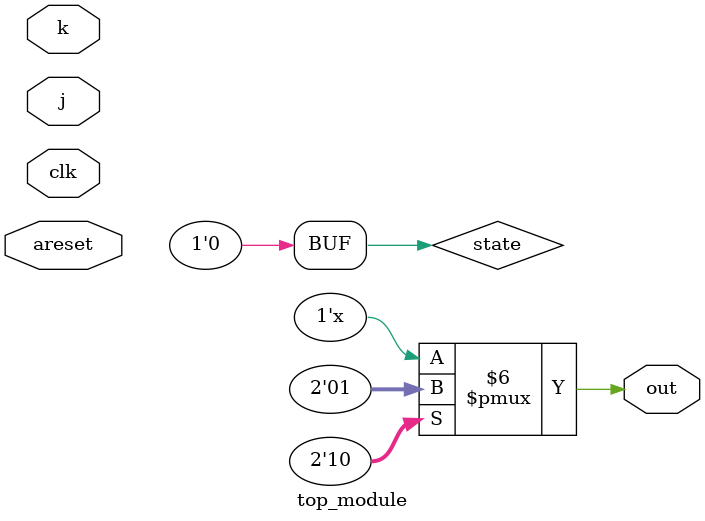
<source format=sv>
module top_module (
    input clk,
    input j,
    input k,
    input areset,
    output reg out
);

reg state;
parameter A = 1'b0, B = 1'b1;

// Combinational logic to determine next state
always @(*) begin
    case (state)
        A: state = (j) ? B : A;
        B: state = (k) ? A : B;
        default: state = A;
    endcase
end

// Sequential logic to update state
always @(posedge clk or posedge areset) begin
    if (areset)
        state <= A;
    else
        state <= state;
end

// Output logic
always @(*) begin
    case (state)
        A: out = 1'b0;
        B: out = 1'b1;
        default: out = 1'b0;
    endcase
end

endmodule

</source>
